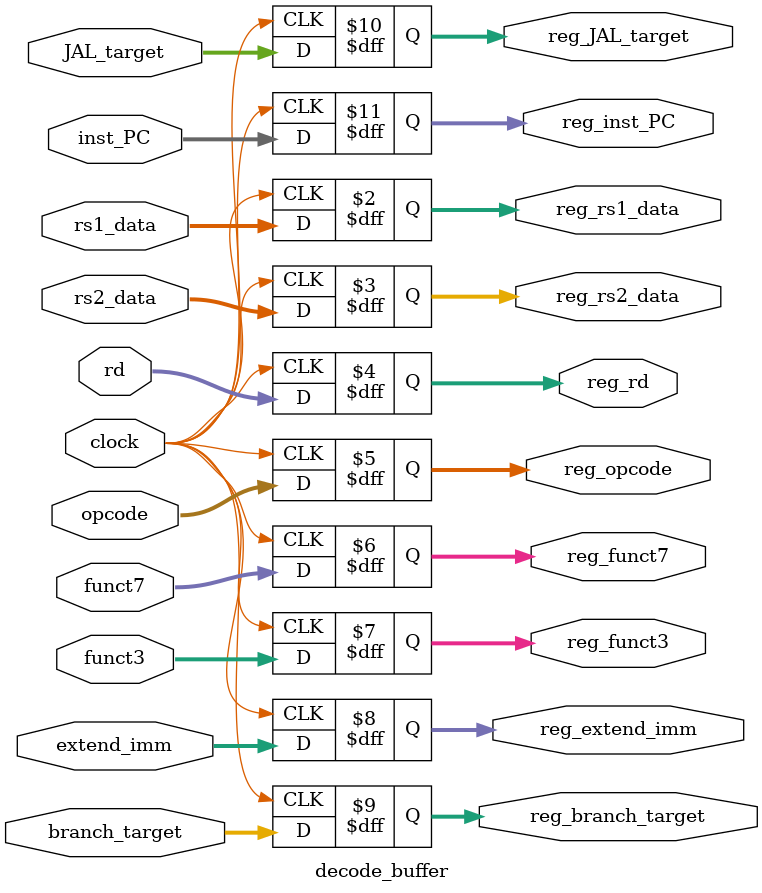
<source format=v>
module decode_buffer #(parameter CORE = 0, DATA_WIDTH = 32, INDEX_BITS = 6, 
                     OFFSET_BITS = 3, ADDRESS_BITS = 20)(
	clock,
	rs1_data, 
	rs2_data,
	rd,  
	opcode,
	funct7, 
	funct3,
	extend_imm,
	branch_target, 
	JAL_target,
        inst_PC,

	reg_rs1_data, 
	reg_rs2_data,
	reg_rd,  
	reg_opcode,
	reg_funct7, 
	reg_funct3,
	reg_extend_imm,
	reg_branch_target, 
	reg_JAL_target,
        reg_inst_PC
); 

input [31:0] rs1_data; 
input [31:0] rs2_data;
input [4:0]  rd;  
input [6:0]  opcode;
input [6:0]  funct7; 
input [2:0]  funct3;
input [31:0] extend_imm;
input [ADDRESS_BITS-1:0] branch_target; 
input [ADDRESS_BITS-1:0] JAL_target;
input clock;
input [ADDRESS_BITS-1:0] inst_PC;  

output reg [31:0] reg_rs1_data; 
output reg [31:0] reg_rs2_data;
output reg [4:0]  reg_rd;  
output reg [6:0]  reg_opcode;
output reg [6:0]  reg_funct7; 
output reg [2:0]  reg_funct3;
output reg [31:0] reg_extend_imm;
output reg [ADDRESS_BITS-1:0] reg_branch_target; 
output reg [ADDRESS_BITS-1:0] reg_JAL_target;

output reg [ADDRESS_BITS-1:0] reg_inst_PC;  


always @ (posedge clock) begin

	reg_rs1_data <= rs1_data;
	reg_rs2_data <= rs2_data;
	reg_rd <= rd;  
	reg_opcode <= opcode;
	reg_funct7 <= funct7; 
	reg_funct3 <= funct3;
	reg_extend_imm <= extend_imm;
	reg_branch_target <= branch_target; 
	reg_JAL_target <= JAL_target;
        reg_inst_PC <= inst_PC;



end




endmodule

</source>
